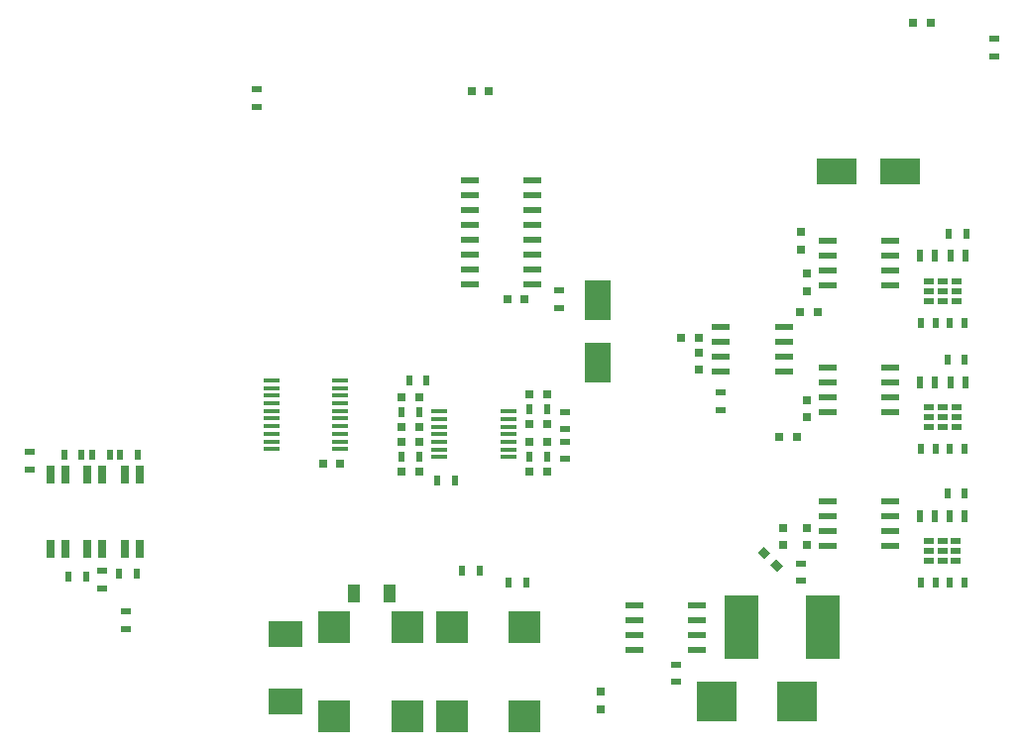
<source format=gbp>
G04 #@! TF.FileFunction,Paste,Bot*
%FSLAX46Y46*%
G04 Gerber Fmt 4.6, Leading zero omitted, Abs format (unit mm)*
G04 Created by KiCad (PCBNEW 4.0.6) date Fri Jul 21 15:59:53 2017*
%MOMM*%
%LPD*%
G01*
G04 APERTURE LIST*
%ADD10C,0.100000*%
%ADD11R,2.700000X2.700000*%
%ADD12R,1.000000X1.600000*%
%ADD13R,3.000000X2.200000*%
%ADD14R,0.800000X0.750000*%
%ADD15R,0.750000X0.800000*%
%ADD16R,2.300000X3.500000*%
%ADD17R,3.500000X2.300000*%
%ADD18R,1.550000X0.600000*%
%ADD19R,0.900000X0.600000*%
%ADD20R,0.600000X0.900000*%
%ADD21R,0.600000X1.050000*%
%ADD22R,0.900000X0.500000*%
%ADD23R,0.500000X0.900000*%
%ADD24R,3.500000X3.500000*%
%ADD25R,1.500000X0.600000*%
%ADD26R,0.800000X1.500000*%
%ADD27R,1.450000X0.450000*%
%ADD28R,2.860000X5.500000*%
G04 APERTURE END LIST*
D10*
D11*
X82931000Y-76200000D03*
X76711000Y-76200000D03*
X82931000Y-83820000D03*
X76711000Y-83820000D03*
D12*
X78407000Y-73279000D03*
X81407000Y-73279000D03*
D13*
X72517000Y-82550000D03*
X72517000Y-76750000D03*
D14*
X127623000Y-24511000D03*
X126123000Y-24511000D03*
D15*
X99441000Y-83185000D03*
X99441000Y-81685000D03*
D14*
X116471000Y-49276000D03*
X117971000Y-49276000D03*
X116193000Y-59944000D03*
X114693000Y-59944000D03*
D15*
X115062000Y-67703000D03*
X115062000Y-69203000D03*
D14*
X75716000Y-62230000D03*
X77216000Y-62230000D03*
X88404000Y-30353000D03*
X89904000Y-30353000D03*
X83935000Y-60325000D03*
X82435000Y-60325000D03*
X83935000Y-59055000D03*
X82435000Y-59055000D03*
X93357000Y-58801000D03*
X94857000Y-58801000D03*
X93357000Y-60325000D03*
X94857000Y-60325000D03*
X83935000Y-62865000D03*
X82435000Y-62865000D03*
X83935000Y-56515000D03*
X82435000Y-56515000D03*
X93357000Y-56261000D03*
X94857000Y-56261000D03*
X93357000Y-62865000D03*
X94857000Y-62865000D03*
D16*
X99187000Y-53627000D03*
X99187000Y-48227000D03*
D17*
X119601000Y-37211000D03*
X125001000Y-37211000D03*
D11*
X92961000Y-76200000D03*
X86741000Y-76200000D03*
X92961000Y-83820000D03*
X86741000Y-83820000D03*
D18*
X102296000Y-78105000D03*
X102296000Y-76835000D03*
X102296000Y-75565000D03*
X102296000Y-74295000D03*
X107696000Y-74295000D03*
X107696000Y-75565000D03*
X107696000Y-76835000D03*
X107696000Y-78105000D03*
D19*
X127506000Y-47470000D03*
X127506000Y-46620000D03*
X127506000Y-48320000D03*
X129806000Y-47470000D03*
X129806000Y-46620000D03*
X129806000Y-48320000D03*
X128656000Y-48320000D03*
X128656000Y-46620000D03*
D20*
X126776000Y-50170000D03*
X130536000Y-50170000D03*
X128056000Y-50170000D03*
D21*
X128016000Y-44450000D03*
X126746000Y-44450000D03*
X129296000Y-44450000D03*
X130566000Y-44450000D03*
D20*
X129256000Y-50170000D03*
D19*
X128656000Y-47470000D03*
X127506000Y-58265000D03*
X127506000Y-57415000D03*
X127506000Y-59115000D03*
X129806000Y-58265000D03*
X129806000Y-57415000D03*
X129806000Y-59115000D03*
X128656000Y-59115000D03*
X128656000Y-57415000D03*
D20*
X126776000Y-60965000D03*
X130536000Y-60965000D03*
X128056000Y-60965000D03*
D21*
X128016000Y-55245000D03*
X126746000Y-55245000D03*
X129296000Y-55245000D03*
X130566000Y-55245000D03*
D20*
X129256000Y-60965000D03*
D19*
X128656000Y-58265000D03*
X127496000Y-69695000D03*
X127496000Y-68845000D03*
X127496000Y-70545000D03*
X129796000Y-69695000D03*
X129796000Y-68845000D03*
X129796000Y-70545000D03*
X128646000Y-70545000D03*
X128646000Y-68845000D03*
D20*
X126766000Y-72395000D03*
X130526000Y-72395000D03*
X128046000Y-72395000D03*
D21*
X128006000Y-66675000D03*
X126736000Y-66675000D03*
X129286000Y-66675000D03*
X130556000Y-66675000D03*
D20*
X129246000Y-72395000D03*
D19*
X128646000Y-69695000D03*
D22*
X95885000Y-47395000D03*
X95885000Y-48895000D03*
D23*
X93091000Y-72390000D03*
X91591000Y-72390000D03*
D24*
X116176000Y-82550000D03*
X109376000Y-82550000D03*
D23*
X57519000Y-61468000D03*
X56019000Y-61468000D03*
X53606000Y-61468000D03*
X55106000Y-61468000D03*
X59920000Y-61468000D03*
X58420000Y-61468000D03*
X58317000Y-71628000D03*
X59817000Y-71628000D03*
X55475000Y-71882000D03*
X53975000Y-71882000D03*
D22*
X56896000Y-72874000D03*
X56896000Y-71374000D03*
D23*
X129171000Y-42545000D03*
X130671000Y-42545000D03*
X129056000Y-53340000D03*
X130556000Y-53340000D03*
X129056000Y-64770000D03*
X130556000Y-64770000D03*
X85483000Y-63627000D03*
X86983000Y-63627000D03*
X83082000Y-55118000D03*
X84582000Y-55118000D03*
D22*
X96393000Y-57797000D03*
X96393000Y-59297000D03*
X96393000Y-61837000D03*
X96393000Y-60337000D03*
D23*
X83935000Y-61595000D03*
X82435000Y-61595000D03*
X83935000Y-57785000D03*
X82435000Y-57785000D03*
X93357000Y-57531000D03*
X94857000Y-57531000D03*
X93357000Y-61595000D03*
X94857000Y-61595000D03*
D25*
X93632000Y-37973000D03*
X93632000Y-39243000D03*
X93632000Y-40513000D03*
X93632000Y-41783000D03*
X93632000Y-43053000D03*
X93632000Y-44323000D03*
X93632000Y-45593000D03*
X93632000Y-46863000D03*
X88232000Y-46863000D03*
X88232000Y-45593000D03*
X88232000Y-44323000D03*
X88232000Y-43053000D03*
X88232000Y-41783000D03*
X88232000Y-40513000D03*
X88232000Y-39243000D03*
X88232000Y-37973000D03*
D18*
X115095000Y-50546000D03*
X115095000Y-51816000D03*
X115095000Y-53086000D03*
X115095000Y-54356000D03*
X109695000Y-54356000D03*
X109695000Y-53086000D03*
X109695000Y-51816000D03*
X109695000Y-50546000D03*
D26*
X56896000Y-63169000D03*
X55626000Y-63169000D03*
X55626000Y-69469000D03*
X56896000Y-69469000D03*
X53721000Y-63169000D03*
X52451000Y-63169000D03*
X52451000Y-69469000D03*
X53721000Y-69469000D03*
X60071000Y-63169000D03*
X58801000Y-63169000D03*
X58801000Y-69469000D03*
X60071000Y-69469000D03*
D18*
X124206000Y-43180000D03*
X124206000Y-44450000D03*
X124206000Y-45720000D03*
X124206000Y-46990000D03*
X118806000Y-46990000D03*
X118806000Y-45720000D03*
X118806000Y-44450000D03*
X118806000Y-43180000D03*
X124206000Y-53975000D03*
X124206000Y-55245000D03*
X124206000Y-56515000D03*
X124206000Y-57785000D03*
X118806000Y-57785000D03*
X118806000Y-56515000D03*
X118806000Y-55245000D03*
X118806000Y-53975000D03*
X124206000Y-65405000D03*
X124206000Y-66675000D03*
X124206000Y-67945000D03*
X124206000Y-69215000D03*
X118806000Y-69215000D03*
X118806000Y-67945000D03*
X118806000Y-66675000D03*
X118806000Y-65405000D03*
D27*
X71316000Y-60975000D03*
X71316000Y-60325000D03*
X71316000Y-59675000D03*
X71316000Y-59025000D03*
X71316000Y-58375000D03*
X71316000Y-57725000D03*
X71316000Y-57075000D03*
X71316000Y-56425000D03*
X71316000Y-55775000D03*
X71316000Y-55125000D03*
X77216000Y-55125000D03*
X77216000Y-55775000D03*
X77216000Y-56425000D03*
X77216000Y-57075000D03*
X77216000Y-57725000D03*
X77216000Y-58375000D03*
X77216000Y-59025000D03*
X77216000Y-59675000D03*
X77216000Y-60325000D03*
X77216000Y-60975000D03*
X85667000Y-61655000D03*
X85667000Y-61005000D03*
X85667000Y-60355000D03*
X85667000Y-59705000D03*
X85667000Y-59055000D03*
X85667000Y-58405000D03*
X85667000Y-57755000D03*
X91567000Y-57755000D03*
X91567000Y-58405000D03*
X91567000Y-59055000D03*
X91567000Y-59705000D03*
X91567000Y-60355000D03*
X91567000Y-61005000D03*
X91567000Y-61655000D03*
D28*
X111506000Y-76200000D03*
X118406000Y-76200000D03*
D22*
X70104000Y-30226000D03*
X70104000Y-31726000D03*
X133096000Y-25920000D03*
X133096000Y-27420000D03*
X50673000Y-61226000D03*
X50673000Y-62726000D03*
X109728000Y-57634000D03*
X109728000Y-56134000D03*
D14*
X91452000Y-48133000D03*
X92952000Y-48133000D03*
D22*
X58928000Y-76327000D03*
X58928000Y-74827000D03*
D15*
X107823000Y-52717000D03*
X107823000Y-54217000D03*
X117094000Y-45986000D03*
X117094000Y-47486000D03*
X117094000Y-56781000D03*
X117094000Y-58281000D03*
X117094000Y-67703000D03*
X117094000Y-69203000D03*
D22*
X105918000Y-79387000D03*
X105918000Y-80887000D03*
X116586000Y-72251000D03*
X116586000Y-70751000D03*
D10*
G36*
X112862992Y-69832322D02*
X113393322Y-69301992D01*
X113959008Y-69867678D01*
X113428678Y-70398008D01*
X112862992Y-69832322D01*
X112862992Y-69832322D01*
G37*
G36*
X113923652Y-70892982D02*
X114453982Y-70362652D01*
X115019668Y-70928338D01*
X114489338Y-71458668D01*
X113923652Y-70892982D01*
X113923652Y-70892982D01*
G37*
D15*
X116586000Y-43930000D03*
X116586000Y-42430000D03*
D14*
X107823000Y-51435000D03*
X106323000Y-51435000D03*
D23*
X89130000Y-71374000D03*
X87630000Y-71374000D03*
M02*

</source>
